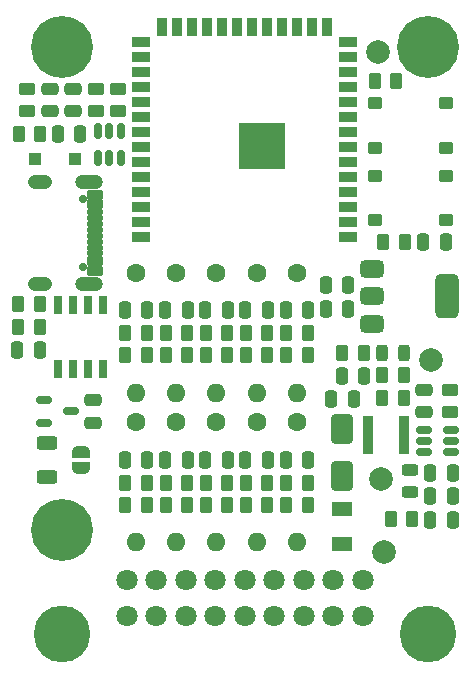
<source format=gts>
%TF.GenerationSoftware,KiCad,Pcbnew,8.0.8*%
%TF.CreationDate,2025-05-08T14:25:14+01:00*%
%TF.ProjectId,esp32-canboard,65737033-322d-4636-916e-626f6172642e,rev?*%
%TF.SameCoordinates,Original*%
%TF.FileFunction,Soldermask,Top*%
%TF.FilePolarity,Negative*%
%FSLAX46Y46*%
G04 Gerber Fmt 4.6, Leading zero omitted, Abs format (unit mm)*
G04 Created by KiCad (PCBNEW 8.0.8) date 2025-05-08 14:25:14*
%MOMM*%
%LPD*%
G01*
G04 APERTURE LIST*
G04 Aperture macros list*
%AMRoundRect*
0 Rectangle with rounded corners*
0 $1 Rounding radius*
0 $2 $3 $4 $5 $6 $7 $8 $9 X,Y pos of 4 corners*
0 Add a 4 corners polygon primitive as box body*
4,1,4,$2,$3,$4,$5,$6,$7,$8,$9,$2,$3,0*
0 Add four circle primitives for the rounded corners*
1,1,$1+$1,$2,$3*
1,1,$1+$1,$4,$5*
1,1,$1+$1,$6,$7*
1,1,$1+$1,$8,$9*
0 Add four rect primitives between the rounded corners*
20,1,$1+$1,$2,$3,$4,$5,0*
20,1,$1+$1,$4,$5,$6,$7,0*
20,1,$1+$1,$6,$7,$8,$9,0*
20,1,$1+$1,$8,$9,$2,$3,0*%
%AMFreePoly0*
4,1,19,0.500000,-0.750000,0.000000,-0.750000,0.000000,-0.744911,-0.071157,-0.744911,-0.207708,-0.704816,-0.327430,-0.627875,-0.420627,-0.520320,-0.479746,-0.390866,-0.500000,-0.250000,-0.500000,0.250000,-0.479746,0.390866,-0.420627,0.520320,-0.327430,0.627875,-0.207708,0.704816,-0.071157,0.744911,0.000000,0.744911,0.000000,0.750000,0.500000,0.750000,0.500000,-0.750000,0.500000,-0.750000,
$1*%
%AMFreePoly1*
4,1,19,0.000000,0.744911,0.071157,0.744911,0.207708,0.704816,0.327430,0.627875,0.420627,0.520320,0.479746,0.390866,0.500000,0.250000,0.500000,-0.250000,0.479746,-0.390866,0.420627,-0.520320,0.327430,-0.627875,0.207708,-0.704816,0.071157,-0.744911,0.000000,-0.744911,0.000000,-0.750000,-0.500000,-0.750000,-0.500000,0.750000,0.000000,0.750000,0.000000,0.744911,0.000000,0.744911,
$1*%
G04 Aperture macros list end*
%ADD10C,5.250000*%
%ADD11RoundRect,0.250000X-0.450000X0.262500X-0.450000X-0.262500X0.450000X-0.262500X0.450000X0.262500X0*%
%ADD12RoundRect,0.250000X-0.262500X-0.450000X0.262500X-0.450000X0.262500X0.450000X-0.262500X0.450000X0*%
%ADD13RoundRect,0.250000X0.625000X-0.312500X0.625000X0.312500X-0.625000X0.312500X-0.625000X-0.312500X0*%
%ADD14RoundRect,0.250000X0.250000X0.475000X-0.250000X0.475000X-0.250000X-0.475000X0.250000X-0.475000X0*%
%ADD15RoundRect,0.250000X0.262500X0.450000X-0.262500X0.450000X-0.262500X-0.450000X0.262500X-0.450000X0*%
%ADD16RoundRect,0.250000X0.650000X-1.000000X0.650000X1.000000X-0.650000X1.000000X-0.650000X-1.000000X0*%
%ADD17RoundRect,0.375000X-0.625000X-0.375000X0.625000X-0.375000X0.625000X0.375000X-0.625000X0.375000X0*%
%ADD18RoundRect,0.500000X-0.500000X-1.400000X0.500000X-1.400000X0.500000X1.400000X-0.500000X1.400000X0*%
%ADD19R,0.950000X3.300000*%
%ADD20RoundRect,0.150000X-0.512500X-0.150000X0.512500X-0.150000X0.512500X0.150000X-0.512500X0.150000X0*%
%ADD21RoundRect,0.102000X-0.500000X-0.375000X0.500000X-0.375000X0.500000X0.375000X-0.500000X0.375000X0*%
%ADD22RoundRect,0.250000X-0.250000X-0.475000X0.250000X-0.475000X0.250000X0.475000X-0.250000X0.475000X0*%
%ADD23RoundRect,0.250000X0.450000X-0.262500X0.450000X0.262500X-0.450000X0.262500X-0.450000X-0.262500X0*%
%ADD24R,0.650000X1.500000*%
%ADD25C,1.800000*%
%ADD26C,4.800000*%
%ADD27C,2.000000*%
%ADD28RoundRect,0.250000X-0.475000X0.250000X-0.475000X-0.250000X0.475000X-0.250000X0.475000X0.250000X0*%
%ADD29FreePoly0,90.000000*%
%ADD30FreePoly1,90.000000*%
%ADD31RoundRect,0.250000X0.475000X-0.250000X0.475000X0.250000X-0.475000X0.250000X-0.475000X-0.250000X0*%
%ADD32R,1.500000X0.900000*%
%ADD33R,0.900000X1.500000*%
%ADD34C,0.600000*%
%ADD35R,3.900000X3.900000*%
%ADD36C,0.700000*%
%ADD37RoundRect,0.102000X-0.575000X0.300000X-0.575000X-0.300000X0.575000X-0.300000X0.575000X0.300000X0*%
%ADD38RoundRect,0.102000X-0.575000X0.150000X-0.575000X-0.150000X0.575000X-0.150000X0.575000X0.150000X0*%
%ADD39O,2.054000X1.254000*%
%ADD40O,2.354000X1.254000*%
%ADD41R,1.000000X1.000000*%
%ADD42RoundRect,0.243750X0.456250X-0.243750X0.456250X0.243750X-0.456250X0.243750X-0.456250X-0.243750X0*%
%ADD43RoundRect,0.243750X-0.243750X-0.456250X0.243750X-0.456250X0.243750X0.456250X-0.243750X0.456250X0*%
%ADD44RoundRect,0.150000X0.150000X-0.512500X0.150000X0.512500X-0.150000X0.512500X-0.150000X-0.512500X0*%
%ADD45R,1.820000X1.160000*%
%ADD46C,1.600000*%
%ADD47O,1.600000X1.600000*%
G04 APERTURE END LIST*
D10*
%TO.C,MH2*%
X125750000Y-74600000D03*
%TD*%
D11*
%TO.C,R11*%
X99550000Y-78195000D03*
X99550000Y-80020000D03*
%TD*%
D12*
%TO.C,R5*%
X118515000Y-100490000D03*
X120340000Y-100490000D03*
%TD*%
D13*
%TO.C,R7*%
X93500000Y-111015357D03*
X93500000Y-108090357D03*
%TD*%
D14*
%TO.C,C8*%
X119010000Y-94750000D03*
X117110000Y-94750000D03*
%TD*%
D15*
%TO.C,R16*%
X115572500Y-111502500D03*
X113747500Y-111502500D03*
%TD*%
D16*
%TO.C,D1*%
X118510000Y-110900000D03*
X118510000Y-106900000D03*
%TD*%
D17*
%TO.C,U2*%
X121050000Y-93420000D03*
X121050000Y-95720000D03*
X121050000Y-98020000D03*
D18*
X127350000Y-95720000D03*
%TD*%
D11*
%TO.C,R12*%
X97650000Y-78195000D03*
X97650000Y-80020000D03*
%TD*%
D19*
%TO.C,L1*%
X120712500Y-107450000D03*
X123762500Y-107450000D03*
%TD*%
D12*
%TO.C,R25*%
X103547500Y-113400000D03*
X105372500Y-113400000D03*
%TD*%
D15*
%TO.C,R3*%
X123725000Y-102405000D03*
X121900000Y-102405000D03*
%TD*%
D20*
%TO.C,ESD2*%
X93287500Y-104500000D03*
X93287500Y-106400000D03*
X95562500Y-105450000D03*
%TD*%
D15*
%TO.C,R13*%
X92882500Y-96380000D03*
X91057500Y-96380000D03*
%TD*%
D21*
%TO.C,SW2*%
X121293750Y-85477857D03*
X127293750Y-85477857D03*
X121293750Y-89227857D03*
X127293750Y-89227857D03*
%TD*%
D12*
%TO.C,R26*%
X103547500Y-111500000D03*
X105372500Y-111500000D03*
%TD*%
D22*
%TO.C,C1*%
X125950000Y-114625000D03*
X127850000Y-114625000D03*
%TD*%
%TO.C,C3*%
X125950000Y-110675000D03*
X127850000Y-110675000D03*
%TD*%
D23*
%TO.C,R9*%
X91790000Y-80020000D03*
X91790000Y-78195000D03*
%TD*%
D20*
%TO.C,U1*%
X125412500Y-107000000D03*
X125412500Y-107950000D03*
X125412500Y-108900000D03*
X127687500Y-108900000D03*
X127687500Y-107950000D03*
X127687500Y-107000000D03*
%TD*%
D15*
%TO.C,R40*%
X115575000Y-98795000D03*
X113750000Y-98795000D03*
%TD*%
D14*
%TO.C,C17*%
X108810000Y-109570000D03*
X106910000Y-109570000D03*
%TD*%
D12*
%TO.C,R38*%
X103547500Y-100700000D03*
X105372500Y-100700000D03*
%TD*%
%TO.C,R41*%
X110347500Y-98800000D03*
X112172500Y-98800000D03*
%TD*%
D24*
%TO.C,IC1*%
X98255000Y-96440000D03*
X96985000Y-96440000D03*
X95715000Y-96440000D03*
X94445000Y-96440000D03*
X94445000Y-101840000D03*
X95715000Y-101840000D03*
X96985000Y-101840000D03*
X98255000Y-101840000D03*
%TD*%
D10*
%TO.C,MH3*%
X94750000Y-74600000D03*
%TD*%
D25*
%TO.C,CONN1*%
X120250000Y-119754500D03*
X117750000Y-119754500D03*
X115250000Y-119754500D03*
X112750000Y-119754500D03*
X110250000Y-119754500D03*
X107750000Y-119754500D03*
X105250000Y-119754500D03*
X102750000Y-119754500D03*
X100250000Y-119754500D03*
X120250000Y-122754500D03*
X117750000Y-122754500D03*
X115250000Y-122754500D03*
X112750000Y-122754500D03*
X110250000Y-122754500D03*
X107750000Y-122754500D03*
X105250000Y-122754500D03*
X102750000Y-122754500D03*
X100250000Y-122754500D03*
D26*
X94750000Y-124254500D03*
X125750000Y-124254500D03*
%TD*%
D27*
%TO.C,TP3*%
X126060000Y-101080000D03*
%TD*%
D14*
%TO.C,C9*%
X127287500Y-91130000D03*
X125387500Y-91130000D03*
%TD*%
%TO.C,C14*%
X96350000Y-81960000D03*
X94450000Y-81960000D03*
%TD*%
D12*
%TO.C,R20*%
X110347500Y-111500000D03*
X112172500Y-111500000D03*
%TD*%
D14*
%TO.C,C7*%
X119010000Y-96760000D03*
X117110000Y-96760000D03*
%TD*%
D28*
%TO.C,C12*%
X97450000Y-104500000D03*
X97450000Y-106400000D03*
%TD*%
D15*
%TO.C,R23*%
X108772500Y-111500000D03*
X106947500Y-111500000D03*
%TD*%
D10*
%TO.C,MH1*%
X94750000Y-115450000D03*
%TD*%
D12*
%TO.C,R8*%
X121995000Y-91130000D03*
X123820000Y-91130000D03*
%TD*%
D14*
%TO.C,C22*%
X108810000Y-96870000D03*
X106910000Y-96870000D03*
%TD*%
D12*
%TO.C,R4*%
X122600000Y-114600000D03*
X124425000Y-114600000D03*
%TD*%
D14*
%TO.C,C15*%
X115610000Y-109575000D03*
X113710000Y-109575000D03*
%TD*%
D15*
%TO.C,R39*%
X101972500Y-100700000D03*
X100147500Y-100700000D03*
%TD*%
D29*
%TO.C,JP2*%
X96382500Y-110202857D03*
D30*
X96382500Y-108902857D03*
%TD*%
D15*
%TO.C,R2*%
X123725000Y-104300000D03*
X121900000Y-104300000D03*
%TD*%
D22*
%TO.C,C6*%
X117570000Y-104420000D03*
X119470000Y-104420000D03*
%TD*%
D15*
%TO.C,R35*%
X115575000Y-100695000D03*
X113750000Y-100695000D03*
%TD*%
D31*
%TO.C,C11*%
X93730000Y-80020000D03*
X93730000Y-78120000D03*
%TD*%
D15*
%TO.C,R22*%
X108772500Y-113400000D03*
X106947500Y-113400000D03*
%TD*%
D32*
%TO.C,U3*%
X119000000Y-90670000D03*
X119000000Y-89400000D03*
X119000000Y-88130000D03*
X119000000Y-86860000D03*
X119000000Y-85590000D03*
X119000000Y-84320000D03*
X119000000Y-83050000D03*
X119000000Y-81780000D03*
X119000000Y-80510000D03*
X119000000Y-79240000D03*
X119000000Y-77970000D03*
X119000000Y-76700000D03*
X119000000Y-75430000D03*
X119000000Y-74160000D03*
D33*
X117235000Y-72910000D03*
X115965000Y-72910000D03*
X114695000Y-72910000D03*
X113425000Y-72910000D03*
X112155000Y-72910000D03*
X110885000Y-72910000D03*
X109615000Y-72910000D03*
X108345000Y-72910000D03*
X107075000Y-72910000D03*
X105805000Y-72910000D03*
X104535000Y-72910000D03*
X103265000Y-72910000D03*
D32*
X101500000Y-74160000D03*
X101500000Y-75430000D03*
X101500000Y-76700000D03*
X101500000Y-77970000D03*
X101500000Y-79240000D03*
X101500000Y-80510000D03*
X101500000Y-81780000D03*
X101500000Y-83050000D03*
X101500000Y-84320000D03*
X101500000Y-85590000D03*
X101500000Y-86860000D03*
X101500000Y-88130000D03*
X101500000Y-89400000D03*
X101500000Y-90670000D03*
D34*
X113150000Y-83650000D03*
X113150000Y-82250000D03*
X112450000Y-84350000D03*
X112450000Y-82950000D03*
X112450000Y-81550000D03*
X111750000Y-83650000D03*
D35*
X111750000Y-82950000D03*
D34*
X111750000Y-82250000D03*
X111050000Y-84350000D03*
X111050000Y-82950000D03*
X111050000Y-81550000D03*
X110350000Y-83650000D03*
X110350000Y-82250000D03*
%TD*%
D14*
%TO.C,C19*%
X102010000Y-109570000D03*
X100110000Y-109570000D03*
%TD*%
D12*
%TO.C,R36*%
X110347500Y-100700000D03*
X112172500Y-100700000D03*
%TD*%
D15*
%TO.C,R29*%
X101972500Y-111500000D03*
X100147500Y-111500000D03*
%TD*%
%TO.C,R28*%
X101972500Y-113400000D03*
X100147500Y-113400000D03*
%TD*%
D27*
%TO.C,TP2*%
X121500000Y-75040000D03*
%TD*%
D22*
%TO.C,C5*%
X118450000Y-102430000D03*
X120350000Y-102430000D03*
%TD*%
%TO.C,C2*%
X125950000Y-112650000D03*
X127850000Y-112650000D03*
%TD*%
D15*
%TO.C,R42*%
X108772500Y-98800000D03*
X106947500Y-98800000D03*
%TD*%
D22*
%TO.C,C21*%
X110310000Y-96870000D03*
X112210000Y-96870000D03*
%TD*%
D15*
%TO.C,R44*%
X101972500Y-98800000D03*
X100147500Y-98800000D03*
%TD*%
D36*
%TO.C,CONN2*%
X96530000Y-87440000D03*
X96530000Y-93220000D03*
D37*
X97605000Y-87130000D03*
X97605000Y-87930000D03*
D38*
X97605000Y-89080000D03*
X97605000Y-90080000D03*
X97605000Y-90580000D03*
X97605000Y-91580000D03*
D37*
X97605000Y-92730000D03*
X97605000Y-93530000D03*
D38*
X97605000Y-92080000D03*
X97605000Y-91080000D03*
X97605000Y-89580000D03*
X97605000Y-88580000D03*
D39*
X92880000Y-86010000D03*
X92880000Y-94650000D03*
D40*
X97030000Y-86010000D03*
X97030000Y-94650000D03*
%TD*%
D22*
%TO.C,C18*%
X103510000Y-109570000D03*
X105410000Y-109570000D03*
%TD*%
D27*
%TO.C,TP4*%
X122060000Y-117320000D03*
%TD*%
D14*
%TO.C,C24*%
X102010000Y-96870000D03*
X100110000Y-96870000D03*
%TD*%
%TO.C,C10*%
X92882500Y-100230000D03*
X90982500Y-100230000D03*
%TD*%
D41*
%TO.C,D2*%
X92500000Y-84040000D03*
X95900000Y-84040000D03*
%TD*%
D22*
%TO.C,C23*%
X103510000Y-96870000D03*
X105410000Y-96870000D03*
%TD*%
D12*
%TO.C,R6*%
X121275000Y-77490000D03*
X123100000Y-77490000D03*
%TD*%
D42*
%TO.C,LED1*%
X124225000Y-112300000D03*
X124225000Y-110425000D03*
%TD*%
D15*
%TO.C,R37*%
X108772500Y-100700000D03*
X106947500Y-100700000D03*
%TD*%
%TO.C,R15*%
X115572500Y-113405000D03*
X113747500Y-113405000D03*
%TD*%
D12*
%TO.C,R19*%
X110347500Y-113400000D03*
X112172500Y-113400000D03*
%TD*%
D27*
%TO.C,TP1*%
X121760000Y-111150000D03*
%TD*%
D11*
%TO.C,R1*%
X127650000Y-103637500D03*
X127650000Y-105462500D03*
%TD*%
D31*
%TO.C,C13*%
X95700000Y-80020000D03*
X95700000Y-78120000D03*
%TD*%
D43*
%TO.C,LED2*%
X121865000Y-100510000D03*
X123740000Y-100510000D03*
%TD*%
D15*
%TO.C,R14*%
X92882500Y-98280000D03*
X91057500Y-98280000D03*
%TD*%
D12*
%TO.C,R43*%
X103547500Y-98800000D03*
X105372500Y-98800000D03*
%TD*%
D31*
%TO.C,C4*%
X125475000Y-105500000D03*
X125475000Y-103600000D03*
%TD*%
D44*
%TO.C,ESD1*%
X97850000Y-83975000D03*
X98800000Y-83975000D03*
X99750000Y-83975000D03*
X99750000Y-81700000D03*
X98800000Y-81700000D03*
X97850000Y-81700000D03*
%TD*%
D12*
%TO.C,R10*%
X91105000Y-81960000D03*
X92930000Y-81960000D03*
%TD*%
D45*
%TO.C,F1*%
X118500000Y-113690000D03*
X118500000Y-116640000D03*
%TD*%
D21*
%TO.C,SW1*%
X121293750Y-79380000D03*
X127293750Y-79380000D03*
X121293750Y-83130000D03*
X127293750Y-83130000D03*
%TD*%
D22*
%TO.C,C16*%
X110310000Y-109570000D03*
X112210000Y-109570000D03*
%TD*%
D14*
%TO.C,C20*%
X115612500Y-96870000D03*
X113712500Y-96870000D03*
%TD*%
D46*
%TO.C,R18*%
X111260000Y-106380000D03*
D47*
X111260000Y-116540000D03*
%TD*%
D46*
%TO.C,R27*%
X101060000Y-106380000D03*
D47*
X101060000Y-116540000D03*
%TD*%
D46*
%TO.C,R32*%
X107860000Y-93690000D03*
D47*
X107860000Y-103850000D03*
%TD*%
D46*
%TO.C,R30*%
X114660000Y-93690000D03*
D47*
X114660000Y-103850000D03*
%TD*%
D46*
%TO.C,R24*%
X104460000Y-106380000D03*
D47*
X104460000Y-116540000D03*
%TD*%
D46*
%TO.C,R34*%
X101060000Y-93690000D03*
D47*
X101060000Y-103850000D03*
%TD*%
D46*
%TO.C,R17*%
X114660000Y-106380000D03*
D47*
X114660000Y-116540000D03*
%TD*%
D46*
%TO.C,R21*%
X107860000Y-106380000D03*
D47*
X107860000Y-116540000D03*
%TD*%
D46*
%TO.C,R33*%
X104460000Y-93690000D03*
D47*
X104460000Y-103850000D03*
%TD*%
D46*
%TO.C,R31*%
X111260000Y-93690000D03*
D47*
X111260000Y-103850000D03*
%TD*%
M02*

</source>
